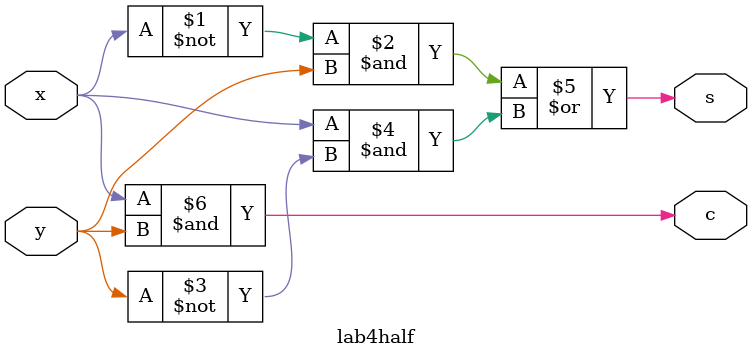
<source format=v>
module lab4half(x,y,s,c);                                                                                                              
input x,y;
output s,c;
assign s=(~x&y) |(x&~y);
assign c =x&y;
endmodule

</source>
